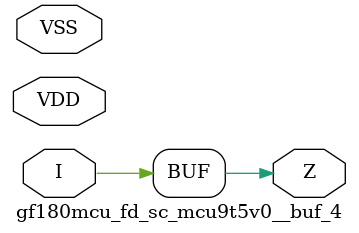
<source format=v>

module gf180mcu_fd_sc_mcu9t5v0__buf_4( I, Z, VDD, VSS );
input I;
inout VDD, VSS;
output Z;

	buf MGM_BG_0( Z, I );

endmodule

</source>
